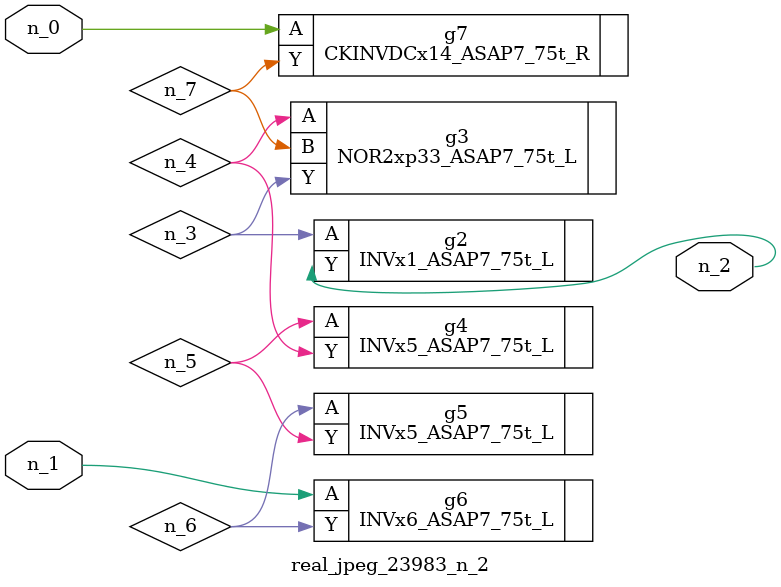
<source format=v>
module real_jpeg_23983_n_2 (n_1, n_0, n_2);

input n_1;
input n_0;

output n_2;

wire n_5;
wire n_4;
wire n_6;
wire n_7;
wire n_3;

CKINVDCx14_ASAP7_75t_R g7 ( 
.A(n_0),
.Y(n_7)
);

INVx6_ASAP7_75t_L g6 ( 
.A(n_1),
.Y(n_6)
);

INVx1_ASAP7_75t_L g2 ( 
.A(n_3),
.Y(n_2)
);

NOR2xp33_ASAP7_75t_L g3 ( 
.A(n_4),
.B(n_7),
.Y(n_3)
);

INVx5_ASAP7_75t_L g4 ( 
.A(n_5),
.Y(n_4)
);

INVx5_ASAP7_75t_L g5 ( 
.A(n_6),
.Y(n_5)
);


endmodule
</source>
